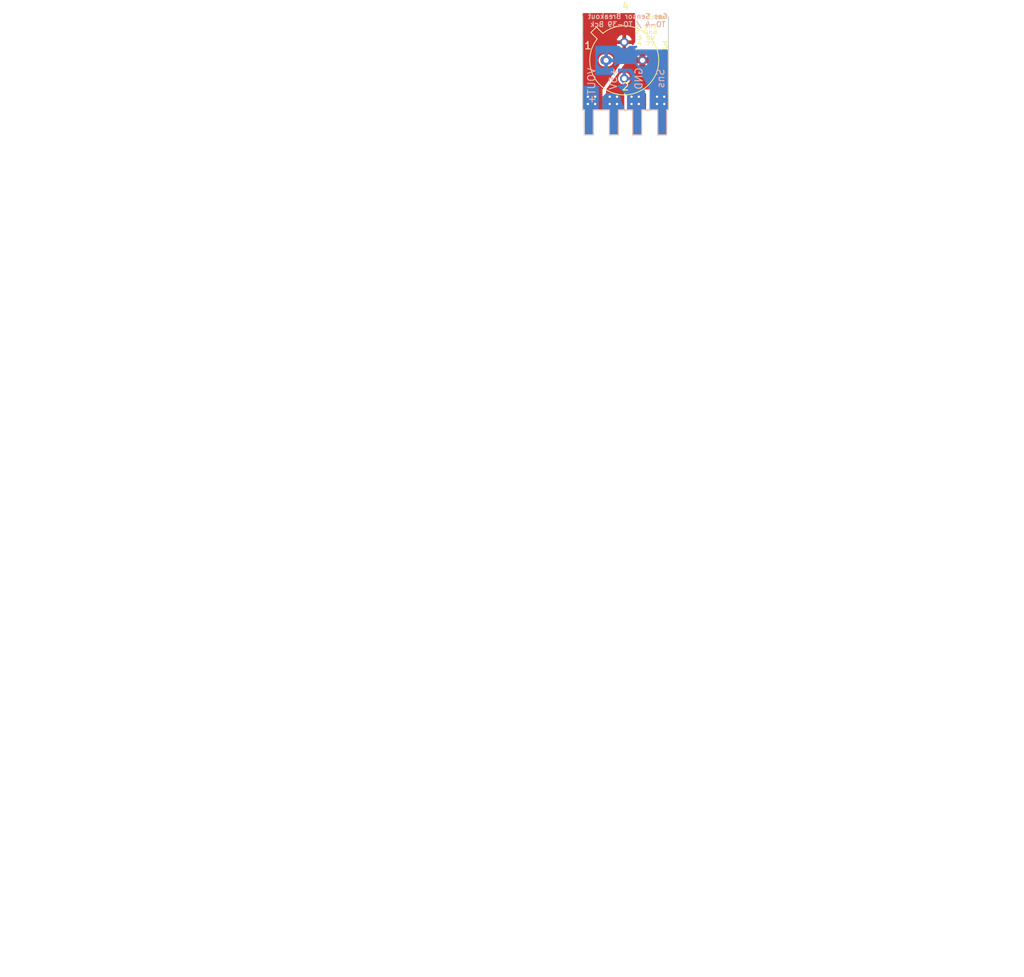
<source format=kicad_pcb>
(kicad_pcb (version 20171130) (host pcbnew 5.0.2+dfsg1-1~bpo9+1)

  (general
    (thickness 1.6)
    (drawings 68)
    (tracks 16)
    (zones 0)
    (modules 2)
    (nets 5)
  )

  (page USLetter)
  (title_block
    (title "Project Title")
  )

  (layers
    (0 F.Cu signal)
    (31 B.Cu signal)
    (34 B.Paste user)
    (35 F.Paste user)
    (36 B.SilkS user)
    (37 F.SilkS user)
    (38 B.Mask user)
    (39 F.Mask user)
    (40 Dwgs.User user)
    (44 Edge.Cuts user)
    (46 B.CrtYd user hide)
    (47 F.CrtYd user hide)
    (48 B.Fab user hide)
    (49 F.Fab user hide)
  )

  (setup
    (last_trace_width 0.254)
    (user_trace_width 0.1524)
    (user_trace_width 0.254)
    (user_trace_width 0.3302)
    (user_trace_width 0.508)
    (user_trace_width 0.762)
    (user_trace_width 1.27)
    (trace_clearance 0.254)
    (zone_clearance 0)
    (zone_45_only no)
    (trace_min 0.1524)
    (segment_width 0.1524)
    (edge_width 0.01)
    (via_size 0.6858)
    (via_drill 0.3302)
    (via_min_size 0.6858)
    (via_min_drill 0.3302)
    (user_via 0.6858 0.3302)
    (user_via 0.762 0.4064)
    (user_via 0.8636 0.508)
    (uvia_size 0.6858)
    (uvia_drill 0.3302)
    (uvias_allowed no)
    (uvia_min_size 0)
    (uvia_min_drill 0)
    (pcb_text_width 0.1524)
    (pcb_text_size 1.016 1.016)
    (mod_edge_width 0.1524)
    (mod_text_size 1.016 1.016)
    (mod_text_width 0.1524)
    (pad_size 1.2 1.2)
    (pad_drill 0.7)
    (pad_to_mask_clearance 0.0762)
    (solder_mask_min_width 0.1016)
    (pad_to_paste_clearance -0.0762)
    (aux_axis_origin 0 0)
    (visible_elements 7FFFFFFF)
    (pcbplotparams
      (layerselection 0x310fc_ffffffff)
      (usegerberextensions true)
      (usegerberattributes false)
      (usegerberadvancedattributes false)
      (creategerberjobfile false)
      (excludeedgelayer true)
      (linewidth 0.100000)
      (plotframeref false)
      (viasonmask false)
      (mode 1)
      (useauxorigin false)
      (hpglpennumber 1)
      (hpglpenspeed 20)
      (hpglpendiameter 15.000000)
      (psnegative false)
      (psa4output false)
      (plotreference true)
      (plotvalue true)
      (plotinvisibletext false)
      (padsonsilk false)
      (subtractmaskfromsilk false)
      (outputformat 1)
      (mirror false)
      (drillshape 0)
      (scaleselection 1)
      (outputdirectory "gerbers_rev2/"))
  )

  (net 0 "")
  (net 1 /VOut+)
  (net 2 +5V)
  (net 3 GND)
  (net 4 /VSenseOUT)

  (net_class Default "This is the default net class."
    (clearance 0.254)
    (trace_width 0.254)
    (via_dia 0.6858)
    (via_drill 0.3302)
    (uvia_dia 0.6858)
    (uvia_drill 0.3302)
    (add_net +5V)
    (add_net /VOut+)
    (add_net /VSenseOUT)
    (add_net GND)
  )

  (module to_39:TO-39-4 (layer F.Cu) (tedit 5D1ADB97) (tstamp 5D11432E)
    (at 113.284 68.072)
    (descr TO-39-4)
    (tags TO-39-4)
    (path /5D113ADE)
    (fp_text reference P1 (at 7.5 -5) (layer F.SilkS) hide
      (effects (font (size 1 1) (thickness 0.15)))
    )
    (fp_text value CONN_01X04 (at 2.54 5.82) (layer F.Fab)
      (effects (font (size 1 1) (thickness 0.15)))
    )
    (fp_text user %R (at -2.5 -5) (layer F.Fab)
      (effects (font (size 1 1) (thickness 0.15)))
    )
    (fp_line (start -0.465408 -3.61352) (end -1.27151 -4.419621) (layer F.Fab) (width 0.1))
    (fp_line (start -1.27151 -4.419621) (end -1.879621 -3.81151) (layer F.Fab) (width 0.1))
    (fp_line (start -1.879621 -3.81151) (end -1.07352 -3.005408) (layer F.Fab) (width 0.1))
    (fp_line (start -0.457084 -3.774902) (end -1.348039 -4.665856) (layer F.SilkS) (width 0.12))
    (fp_line (start -1.348039 -4.665856) (end -2.125856 -3.888039) (layer F.SilkS) (width 0.12))
    (fp_line (start -2.125856 -3.888039) (end -1.234902 -2.997084) (layer F.SilkS) (width 0.12))
    (fp_line (start -2.41 -4.95) (end -2.41 4.95) (layer F.CrtYd) (width 0.05))
    (fp_line (start -2.41 4.95) (end 7.49 4.95) (layer F.CrtYd) (width 0.05))
    (fp_line (start 7.49 4.95) (end 7.49 -4.95) (layer F.CrtYd) (width 0.05))
    (fp_line (start 7.49 -4.95) (end -2.41 -4.95) (layer F.CrtYd) (width 0.05))
    (fp_circle (center 2.54 0) (end 6.79 0) (layer F.Fab) (width 0.1))
    (fp_arc (start 2.54 0) (end -0.465408 -3.61352) (angle 349.5) (layer F.Fab) (width 0.1))
    (fp_arc (start 2.54 0) (end -0.457084 -3.774902) (angle 346.9) (layer F.SilkS) (width 0.12))
    (pad 1 thru_hole oval (at 0 0) (size 1.6 1.2) (drill 0.7) (layers *.Cu *.Mask)
      (net 4 /VSenseOUT))
    (pad 2 thru_hole oval (at 2.54 2.54) (size 1.2 1.2) (drill 0.7) (layers *.Cu *.Mask)
      (net 3 GND))
    (pad 3 thru_hole oval (at 5.08 0) (size 1.2 1.2) (drill 0.7) (layers *.Cu *.Mask)
      (net 2 +5V) (zone_connect 1) (thermal_width 4))
    (pad 4 thru_hole oval (at 2.54 -2.54) (size 1.2 1.2) (drill 0.7) (layers *.Cu *.Mask)
      (net 1 /VOut+))
    (model ${KISYS3DMOD}/Package_TO_SOT_THT.3dshapes/TO-39-4.wrl
      (at (xyz 0 0 0))
      (scale (xyz 1 1 1))
      (rotate (xyz 0 0 0))
    )
  )

  (module SteakElectronics:steakelectronics_fmask (layer F.Cu) (tedit 0) (tstamp 5D1BDC89)
    (at 104.14 63.5)
    (fp_text reference G*** (at 0 0) (layer F.Mask) hide
      (effects (font (size 1.524 1.524) (thickness 0.3)))
    )
    (fp_text value LOGO (at 0.75 0) (layer F.Mask) hide
      (effects (font (size 1.524 1.524) (thickness 0.3)))
    )
    (fp_poly (pts (xy 5.101457 -0.864935) (xy 5.215637 -0.827851) (xy 5.258911 -0.760943) (xy 5.256052 -0.710284)
      (xy 5.209764 -0.644504) (xy 5.147599 -0.643317) (xy 4.963596 -0.667675) (xy 4.832097 -0.652339)
      (xy 4.768689 -0.59943) (xy 4.766549 -0.591451) (xy 4.782414 -0.531199) (xy 4.870041 -0.492189)
      (xy 4.915886 -0.482326) (xy 5.113334 -0.416308) (xy 5.244151 -0.312602) (xy 5.301787 -0.18408)
      (xy 5.279694 -0.043619) (xy 5.197554 0.071372) (xy 5.051291 0.156541) (xy 4.840636 0.181897)
      (xy 4.583546 0.152136) (xy 4.505528 0.112784) (xy 4.480069 0.018767) (xy 4.479636 -0.003831)
      (xy 4.479636 -0.139785) (xy 4.652282 -0.067649) (xy 4.804479 -0.024271) (xy 4.93084 -0.024026)
      (xy 5.010295 -0.063581) (xy 5.025097 -0.126633) (xy 4.968647 -0.191463) (xy 4.838354 -0.239419)
      (xy 4.828071 -0.241634) (xy 4.629836 -0.311664) (xy 4.514018 -0.422598) (xy 4.479636 -0.561339)
      (xy 4.517011 -0.719776) (xy 4.62863 -0.823749) (xy 4.813731 -0.872696) (xy 4.906818 -0.876747)
      (xy 5.101457 -0.864935)) (layer F.Mask) (width 0.01))
    (fp_poly (pts (xy 4.109286 -0.869729) (xy 4.225069 -0.841731) (xy 4.281533 -0.786228) (xy 4.294909 -0.707765)
      (xy 4.282919 -0.627479) (xy 4.229315 -0.618611) (xy 4.191 -0.630404) (xy 3.991686 -0.667801)
      (xy 3.836501 -0.631103) (xy 3.734507 -0.525593) (xy 3.694764 -0.356556) (xy 3.694546 -0.340835)
      (xy 3.729977 -0.186171) (xy 3.821603 -0.072865) (xy 3.947424 -0.016831) (xy 4.08544 -0.033986)
      (xy 4.105401 -0.043623) (xy 4.220017 -0.088188) (xy 4.279707 -0.063961) (xy 4.294909 0.017705)
      (xy 4.260436 0.118285) (xy 4.191 0.15562) (xy 3.999643 0.181872) (xy 3.801148 0.170245)
      (xy 3.648364 0.125955) (xy 3.553784 0.047651) (xy 3.464361 -0.074324) (xy 3.447328 -0.106281)
      (xy 3.387399 -0.323202) (xy 3.417284 -0.53352) (xy 3.534691 -0.72373) (xy 3.555844 -0.745857)
      (xy 3.657722 -0.829823) (xy 3.768209 -0.868535) (xy 3.918125 -0.877454) (xy 4.109286 -0.869729)) (layer F.Mask) (width 0.01))
    (fp_poly (pts (xy 3.232727 0.184728) (xy 3.101879 0.184728) (xy 3.00063 0.178715) (xy 2.951788 0.165671)
      (xy 2.945279 0.114609) (xy 2.942347 -0.009273) (xy 2.943167 -0.186494) (xy 2.946972 -0.36542)
      (xy 2.961398 -0.877454) (xy 3.232727 -0.877454) (xy 3.232727 0.184728)) (layer F.Mask) (width 0.01))
    (fp_poly (pts (xy 2.032472 -0.870707) (xy 2.094257 -0.838816) (xy 2.154678 -0.764305) (xy 2.231393 -0.629702)
      (xy 2.263396 -0.56892) (xy 2.424546 -0.260386) (xy 2.438201 -0.56892) (xy 2.447019 -0.73287)
      (xy 2.461861 -0.825145) (xy 2.492749 -0.866346) (xy 2.549705 -0.877077) (xy 2.588292 -0.877454)
      (xy 2.724727 -0.877454) (xy 2.724727 0.190303) (xy 2.558939 0.17597) (xy 2.471376 0.162146)
      (xy 2.405217 0.126707) (xy 2.342316 0.051643) (xy 2.264525 -0.081053) (xy 2.22412 -0.156283)
      (xy 2.055091 -0.474202) (xy 2.041522 -0.144737) (xy 2.032597 0.026239) (xy 2.018322 0.124773)
      (xy 1.991028 0.170757) (xy 1.943049 0.184084) (xy 1.914522 0.184728) (xy 1.801091 0.184728)
      (xy 1.801091 -0.877454) (xy 1.951669 -0.877454) (xy 2.032472 -0.870707)) (layer F.Mask) (width 0.01))
    (fp_poly (pts (xy 1.228439 -0.870248) (xy 1.336705 -0.841182) (xy 1.424238 -0.779085) (xy 1.447308 -0.756824)
      (xy 1.556627 -0.592947) (xy 1.604676 -0.399511) (xy 1.593131 -0.202269) (xy 1.523669 -0.026974)
      (xy 1.397965 0.100618) (xy 1.391247 0.104687) (xy 1.220062 0.16453) (xy 1.014208 0.179192)
      (xy 0.82097 0.146085) (xy 0.796928 0.137215) (xy 0.662851 0.037998) (xy 0.566907 -0.119199)
      (xy 0.519172 -0.304358) (xy 0.52288 -0.368712) (xy 0.827656 -0.368712) (xy 0.850907 -0.202449)
      (xy 0.880523 -0.132812) (xy 0.963315 -0.060814) (xy 1.078985 -0.049755) (xy 1.195594 -0.094775)
      (xy 1.281203 -0.191011) (xy 1.282668 -0.194026) (xy 1.319006 -0.362208) (xy 1.276249 -0.519616)
      (xy 1.171964 -0.631417) (xy 1.084258 -0.677168) (xy 1.011563 -0.666199) (xy 0.946727 -0.627701)
      (xy 0.861053 -0.521354) (xy 0.827656 -0.368712) (xy 0.52288 -0.368712) (xy 0.529723 -0.487462)
      (xy 0.559953 -0.568763) (xy 0.668305 -0.738832) (xy 0.792916 -0.834711) (xy 0.962157 -0.873777)
      (xy 1.063934 -0.877454) (xy 1.228439 -0.870248)) (layer F.Mask) (width 0.01))
    (fp_poly (pts (xy 0.031644 -0.874091) (xy 0.14009 -0.858698) (xy 0.210616 -0.823318) (xy 0.270402 -0.759995)
      (xy 0.273739 -0.755772) (xy 0.339817 -0.65596) (xy 0.369347 -0.580104) (xy 0.369455 -0.577272)
      (xy 0.342826 -0.504196) (xy 0.27828 -0.404609) (xy 0.273739 -0.398773) (xy 0.221559 -0.318175)
      (xy 0.217589 -0.27808) (xy 0.222471 -0.27709) (xy 0.260653 -0.239856) (xy 0.319966 -0.148072)
      (xy 0.38409 -0.031621) (xy 0.436705 0.079617) (xy 0.461489 0.155761) (xy 0.461818 0.161133)
      (xy 0.421264 0.176959) (xy 0.322006 0.1846) (xy 0.305785 0.184728) (xy 0.188938 0.169429)
      (xy 0.121016 0.105473) (xy 0.090734 0.042249) (xy 0.011857 -0.105024) (xy -0.075958 -0.202832)
      (xy -0.141844 -0.230909) (xy -0.16742 -0.189625) (xy -0.182761 -0.085176) (xy -0.184727 -0.02309)
      (xy -0.188743 0.1047) (xy -0.211932 0.165226) (xy -0.271005 0.183553) (xy -0.323273 0.184728)
      (xy -0.461818 0.184728) (xy -0.461818 -0.53109) (xy -0.184727 -0.53109) (xy -0.157176 -0.438368)
      (xy -0.089422 -0.419488) (xy -0.003818 -0.480336) (xy -0.001679 -0.482886) (xy 0.03082 -0.569617)
      (xy -0.016469 -0.630714) (xy -0.095089 -0.646545) (xy -0.165795 -0.618009) (xy -0.184727 -0.53109)
      (xy -0.461818 -0.53109) (xy -0.461818 -0.877454) (xy -0.141897 -0.877454) (xy 0.031644 -0.874091)) (layer F.Mask) (width 0.01))
    (fp_poly (pts (xy -1.073727 -0.867471) (xy -0.854203 -0.860467) (xy -0.710931 -0.851062) (xy -0.627807 -0.835835)
      (xy -0.588726 -0.811364) (xy -0.577581 -0.774228) (xy -0.577273 -0.762) (xy -0.597147 -0.697502)
      (xy -0.672228 -0.66507) (xy -0.750454 -0.655303) (xy -0.923636 -0.640969) (xy -0.923636 0.184728)
      (xy -1.200727 0.184728) (xy -1.200727 -0.646545) (xy -1.385454 -0.646545) (xy -1.504409 -0.652778)
      (xy -1.557284 -0.682464) (xy -1.5701 -0.752088) (xy -1.570182 -0.763562) (xy -1.570182 -0.880579)
      (xy -1.073727 -0.867471)) (layer F.Mask) (width 0.01))
    (fp_poly (pts (xy -1.921044 -0.867929) (xy -1.765643 -0.85799) (xy -1.679789 -0.839713) (xy -1.640712 -0.801829)
      (xy -1.625641 -0.733065) (xy -1.624228 -0.72101) (xy -1.622816 -0.629584) (xy -1.656418 -0.608628)
      (xy -1.686246 -0.617298) (xy -1.847903 -0.669514) (xy -1.959734 -0.673295) (xy -2.052226 -0.62582)
      (xy -2.104109 -0.578634) (xy -2.187273 -0.474735) (xy -2.207266 -0.372757) (xy -2.198658 -0.308666)
      (xy -2.133075 -0.137993) (xy -2.0178 -0.045006) (xy -1.853751 -0.030129) (xy -1.689927 -0.074016)
      (xy -1.634013 -0.072574) (xy -1.616474 0.002056) (xy -1.616364 0.013209) (xy -1.642506 0.111574)
      (xy -1.689413 0.156696) (xy -1.843821 0.183462) (xy -2.031054 0.173238) (xy -2.201117 0.129918)
      (xy -2.235445 0.114188) (xy -2.376757 0.01893) (xy -2.456555 -0.100167) (xy -2.489223 -0.269791)
      (xy -2.492349 -0.362471) (xy -2.486323 -0.517355) (xy -2.456117 -0.619485) (xy -2.387011 -0.707985)
      (xy -2.348225 -0.745492) (xy -2.257227 -0.821728) (xy -2.171457 -0.860526) (xy -2.056129 -0.871855)
      (xy -1.921044 -0.867929)) (layer F.Mask) (width 0.01))
    (fp_poly (pts (xy -2.818584 -0.876224) (xy -2.708867 -0.868607) (xy -2.653822 -0.848714) (xy -2.634605 -0.810657)
      (xy -2.632364 -0.762) (xy -2.63985 -0.693478) (xy -2.678057 -0.659295) (xy -2.770603 -0.647639)
      (xy -2.863273 -0.646545) (xy -3.003716 -0.640779) (xy -3.073535 -0.618491) (xy -3.094025 -0.572197)
      (xy -3.094182 -0.565394) (xy -3.079299 -0.515801) (xy -3.019544 -0.496454) (xy -2.892252 -0.500309)
      (xy -2.886364 -0.500772) (xy -2.758835 -0.507631) (xy -2.698326 -0.491118) (xy -2.67985 -0.436002)
      (xy -2.678545 -0.374104) (xy -2.684192 -0.286076) (xy -2.717858 -0.244386) (xy -2.804637 -0.231744)
      (xy -2.886364 -0.230909) (xy -3.016233 -0.224865) (xy -3.077645 -0.199771) (xy -3.094102 -0.14518)
      (xy -3.094182 -0.138545) (xy -3.082025 -0.083145) (xy -3.030423 -0.055515) (xy -2.916682 -0.046577)
      (xy -2.863273 -0.046181) (xy -2.72623 -0.042438) (xy -2.657863 -0.023335) (xy -2.634551 0.022939)
      (xy -2.632364 0.069273) (xy -2.636301 0.126534) (xy -2.660675 0.16082) (xy -2.724332 0.178022)
      (xy -2.846116 0.184027) (xy -3.001818 0.184728) (xy -3.371273 0.184728) (xy -3.371273 -0.877454)
      (xy -3.001818 -0.877454) (xy -2.818584 -0.876224)) (layer F.Mask) (width 0.01))
    (fp_poly (pts (xy -3.971636 -0.046181) (xy -3.740727 -0.046181) (xy -3.603685 -0.042438) (xy -3.535318 -0.023335)
      (xy -3.512006 0.022939) (xy -3.509818 0.069273) (xy -3.513422 0.125182) (xy -3.536426 0.159303)
      (xy -3.597115 0.177015) (xy -3.713778 0.183697) (xy -3.902364 0.184728) (xy -4.294909 0.184728)
      (xy -4.294909 -0.877454) (xy -3.971636 -0.877454) (xy -3.971636 -0.046181)) (layer F.Mask) (width 0.01))
    (fp_poly (pts (xy -4.665857 -0.876224) (xy -4.55614 -0.868607) (xy -4.501095 -0.848714) (xy -4.481878 -0.810657)
      (xy -4.479636 -0.762) (xy -4.48825 -0.690755) (xy -4.530589 -0.657) (xy -4.631401 -0.646986)
      (xy -4.687454 -0.646545) (xy -4.82443 -0.637479) (xy -4.886823 -0.606654) (xy -4.895273 -0.577272)
      (xy -4.864769 -0.529105) (xy -4.763653 -0.509257) (xy -4.710545 -0.508) (xy -4.592097 -0.502529)
      (xy -4.539441 -0.472881) (xy -4.52611 -0.399204) (xy -4.525818 -0.369454) (xy -4.533113 -0.280618)
      (xy -4.572643 -0.241126) (xy -4.670879 -0.231127) (xy -4.710545 -0.230909) (xy -4.831401 -0.223163)
      (xy -4.884814 -0.191857) (xy -4.895273 -0.138545) (xy -4.883116 -0.083145) (xy -4.831514 -0.055515)
      (xy -4.717773 -0.046577) (xy -4.664364 -0.046181) (xy -4.527321 -0.042438) (xy -4.458954 -0.023335)
      (xy -4.435642 0.022939) (xy -4.433454 0.069273) (xy -4.437059 0.125182) (xy -4.460062 0.159303)
      (xy -4.520752 0.177015) (xy -4.637414 0.183697) (xy -4.826 0.184728) (xy -5.218545 0.184728)
      (xy -5.218545 -0.877454) (xy -4.849091 -0.877454) (xy -4.665857 -0.876224)) (layer F.Mask) (width 0.01))
    (fp_poly (pts (xy -6.562818 -0.867873) (xy -6.520769 -0.821083) (xy -6.503359 -0.710011) (xy -6.502879 -0.704272)
      (xy -6.488545 -0.53109) (xy -6.327229 -0.704272) (xy -6.209451 -0.814749) (xy -6.104336 -0.866104)
      (xy -5.992411 -0.877454) (xy -5.880898 -0.871312) (xy -5.821771 -0.856083) (xy -5.818909 -0.851365)
      (xy -5.849545 -0.808485) (xy -5.929973 -0.720792) (xy -6.042972 -0.607034) (xy -6.046265 -0.603824)
      (xy -6.273621 -0.382372) (xy -6.023174 -0.135036) (xy -5.903451 -0.012365) (xy -5.814891 0.086826)
      (xy -5.773818 0.144056) (xy -5.772727 0.148514) (xy -5.813519 0.171898) (xy -5.914534 0.184183)
      (xy -5.944161 0.184728) (xy -6.061062 0.170913) (xy -6.166692 0.118523) (xy -6.292261 0.011141)
      (xy -6.313616 -0.009615) (xy -6.511636 -0.203958) (xy -6.511636 -0.009615) (xy -6.516429 0.112781)
      (xy -6.543098 0.168743) (xy -6.610085 0.184135) (xy -6.650182 0.184728) (xy -6.788727 0.184728)
      (xy -6.788727 -0.877454) (xy -6.65297 -0.877454) (xy -6.562818 -0.867873)) (layer F.Mask) (width 0.01))
    (fp_poly (pts (xy -7.314312 -0.866507) (xy -7.248339 -0.820291) (xy -7.214597 -0.750454) (xy -7.173248 -0.63831)
      (xy -7.114759 -0.478767) (xy -7.06639 -0.346363) (xy -7.005891 -0.181938) (xy -6.952245 -0.038636)
      (xy -6.923214 0.03681) (xy -6.889122 0.133702) (xy -6.90426 0.175072) (xy -6.986869 0.184562)
      (xy -7.037341 0.184728) (xy -7.15589 0.168661) (xy -7.211413 0.111916) (xy -7.217745 0.092364)
      (xy -7.25358 0.031257) (xy -7.335756 0.004401) (xy -7.435273 0) (xy -7.565687 0.009484)
      (xy -7.631302 0.04538) (xy -7.652801 0.092364) (xy -7.697656 0.159958) (xy -7.79994 0.184007)
      (xy -7.833204 0.184728) (xy -7.937961 0.180578) (xy -7.988597 0.170419) (xy -7.989454 0.168744)
      (xy -7.985193 0.151579) (xy -7.969891 0.105763) (xy -7.939771 0.020832) (xy -7.891056 -0.113678)
      (xy -7.819968 -0.308231) (xy -7.812634 -0.328224) (xy -7.520627 -0.328224) (xy -7.507453 -0.254838)
      (xy -7.430332 -0.230909) (xy -7.359963 -0.250181) (xy -7.361059 -0.303959) (xy -7.387589 -0.416868)
      (xy -7.39056 -0.454049) (xy -7.399238 -0.500986) (xy -7.433637 -0.474861) (xy -7.459832 -0.441446)
      (xy -7.520627 -0.328224) (xy -7.812634 -0.328224) (xy -7.72273 -0.57329) (xy -7.65764 -0.750454)
      (xy -7.611142 -0.836227) (xy -7.534787 -0.87174) (xy -7.436358 -0.877454) (xy -7.314312 -0.866507)) (layer F.Mask) (width 0.01))
    (fp_poly (pts (xy -8.268038 -0.876224) (xy -8.158321 -0.868607) (xy -8.103277 -0.848714) (xy -8.08406 -0.810657)
      (xy -8.081818 -0.762) (xy -8.090432 -0.690755) (xy -8.132771 -0.657) (xy -8.233583 -0.646986)
      (xy -8.289636 -0.646545) (xy -8.428573 -0.636789) (xy -8.49078 -0.60456) (xy -8.497454 -0.579928)
      (xy -8.456912 -0.529435) (xy -8.33203 -0.501755) (xy -8.301182 -0.499109) (xy -8.177009 -0.48385)
      (xy -8.12003 -0.451033) (xy -8.105082 -0.384037) (xy -8.104909 -0.369454) (xy -8.115577 -0.295639)
      (xy -8.164357 -0.258593) (xy -8.276413 -0.241693) (xy -8.301182 -0.239799) (xy -8.428413 -0.222331)
      (xy -8.486129 -0.186474) (xy -8.497454 -0.13589) (xy -8.484471 -0.08195) (xy -8.430546 -0.055058)
      (xy -8.313214 -0.046487) (xy -8.266545 -0.046181) (xy -8.129503 -0.042438) (xy -8.061136 -0.023335)
      (xy -8.037824 0.022939) (xy -8.035636 0.069273) (xy -8.03924 0.125182) (xy -8.062244 0.159303)
      (xy -8.122934 0.177015) (xy -8.239596 0.183697) (xy -8.428182 0.184728) (xy -8.820727 0.184728)
      (xy -8.820727 -0.877454) (xy -8.451273 -0.877454) (xy -8.268038 -0.876224)) (layer F.Mask) (width 0.01))
    (fp_poly (pts (xy -8.913091 -0.762) (xy -8.925167 -0.683922) (xy -8.979512 -0.651959) (xy -9.074727 -0.646545)
      (xy -9.236364 -0.646545) (xy -9.236364 0.184728) (xy -9.367212 0.184728) (xy -9.47298 0.174837)
      (xy -9.528848 0.15394) (xy -9.543 0.096444) (xy -9.553721 -0.029644) (xy -9.55925 -0.200567)
      (xy -9.559636 -0.261697) (xy -9.559636 -0.646545) (xy -9.721273 -0.646545) (xy -9.830581 -0.655171)
      (xy -9.875329 -0.693988) (xy -9.882909 -0.762) (xy -9.882909 -0.877454) (xy -8.913091 -0.877454)
      (xy -8.913091 -0.762)) (layer F.Mask) (width 0.01))
    (fp_poly (pts (xy -10.158204 -0.875854) (xy -10.069402 -0.864754) (xy -10.0309 -0.834709) (xy -10.021665 -0.77627)
      (xy -10.021454 -0.7441) (xy -10.027054 -0.663862) (xy -10.060106 -0.625678) (xy -10.144997 -0.61543)
      (xy -10.240818 -0.6171) (xy -10.391114 -0.610761) (xy -10.470402 -0.585976) (xy -10.472315 -0.550055)
      (xy -10.390488 -0.510309) (xy -10.344727 -0.49777) (xy -10.158829 -0.444365) (xy -10.047109 -0.384254)
      (xy -9.991886 -0.301103) (xy -9.975479 -0.178577) (xy -9.975273 -0.156451) (xy -9.989305 -0.009734)
      (xy -10.039912 0.081237) (xy -10.077912 0.112836) (xy -10.193007 0.156154) (xy -10.360897 0.177716)
      (xy -10.544041 0.175024) (xy -10.679545 0.152893) (xy -10.745694 0.091002) (xy -10.760364 -0.002243)
      (xy -10.752816 -0.094134) (xy -10.712668 -0.113601) (xy -10.641903 -0.09122) (xy -10.503375 -0.057053)
      (xy -10.384516 -0.046181) (xy -10.284165 -0.068823) (xy -10.256094 -0.121877) (xy -10.296743 -0.18304)
      (xy -10.40255 -0.230008) (xy -10.414279 -0.232599) (xy -10.598525 -0.285155) (xy -10.706519 -0.358911)
      (xy -10.754143 -0.468546) (xy -10.760364 -0.552508) (xy -10.743297 -0.706343) (xy -10.682561 -0.804674)
      (xy -10.563853 -0.858016) (xy -10.372869 -0.876885) (xy -10.318338 -0.877454) (xy -10.158204 -0.875854)) (layer F.Mask) (width 0.01))
    (fp_poly (pts (xy 9.799186 -2.060383) (xy 9.907996 -2.000373) (xy 10.005801 -1.939636) (xy 10.137933 -1.862775)
      (xy 10.24539 -1.812467) (xy 10.288912 -1.80109) (xy 10.372483 -1.773052) (xy 10.490649 -1.703466)
      (xy 10.610784 -1.614127) (xy 10.700262 -1.526832) (xy 10.701168 -1.525695) (xy 10.74143 -1.43075)
      (xy 10.758895 -1.303421) (xy 10.715872 -1.152797) (xy 10.584376 -0.977349) (xy 10.364782 -0.777481)
      (xy 10.058341 -0.554181) (xy 9.90482 -0.448734) (xy 9.808626 -0.368021) (xy 9.750405 -0.285293)
      (xy 9.710802 -0.173798) (xy 9.6743 -0.023364) (xy 9.609947 0.197163) (xy 9.518755 0.388594)
      (xy 9.382499 0.585068) (xy 9.28795 0.700369) (xy 9.217241 0.818906) (xy 9.15202 0.984225)
      (xy 9.108117 1.151324) (xy 9.098514 1.238916) (xy 9.057279 1.361944) (xy 8.950608 1.488404)
      (xy 8.801838 1.596225) (xy 8.655452 1.657935) (xy 8.386503 1.70311) (xy 8.133945 1.676024)
      (xy 8.012546 1.639319) (xy 7.831919 1.548155) (xy 7.701097 1.411694) (xy 7.607135 1.212761)
      (xy 7.558599 1.037037) (xy 7.462464 0.745982) (xy 7.320863 0.477361) (xy 7.318362 0.473579)
      (xy 7.245697 0.346897) (xy 8.662314 0.346897) (xy 8.712228 0.354169) (xy 8.797636 0.356246)
      (xy 8.907158 0.353312) (xy 8.947191 0.34508) (xy 8.925271 0.336946) (xy 8.798575 0.32863)
      (xy 8.694362 0.336316) (xy 8.662314 0.346897) (xy 7.245697 0.346897) (xy 7.203372 0.273111)
      (xy 7.197294 0.254533) (xy 8.754678 0.254533) (xy 8.804592 0.261805) (xy 8.89 0.263883)
      (xy 8.999521 0.260948) (xy 9.039554 0.252717) (xy 9.017635 0.244582) (xy 8.890939 0.236267)
      (xy 8.786726 0.243952) (xy 8.754678 0.254533) (xy 7.197294 0.254533) (xy 7.167076 0.162169)
      (xy 8.847042 0.162169) (xy 8.896956 0.169442) (xy 8.982364 0.171519) (xy 9.091885 0.168584)
      (xy 9.131918 0.160353) (xy 9.109999 0.152219) (xy 8.983303 0.143903) (xy 8.87909 0.151588)
      (xy 8.847042 0.162169) (xy 7.167076 0.162169) (xy 7.142094 0.08581) (xy 7.13676 0.048908)
      (xy 8.820727 0.048908) (xy 8.86035 0.07896) (xy 8.956905 0.091197) (xy 9.076916 0.086728)
      (xy 9.186913 0.066663) (xy 9.251208 0.034637) (xy 9.289977 -0.046492) (xy 9.317495 -0.17478)
      (xy 9.321001 -0.207818) (xy 9.347903 -0.356162) (xy 9.394122 -0.481411) (xy 9.402884 -0.496454)
      (xy 9.439424 -0.56174) (xy 9.425648 -0.591644) (xy 9.344656 -0.599974) (xy 9.275701 -0.600363)
      (xy 9.08915 -0.574797) (xy 8.97304 -0.492832) (xy 8.919208 -0.346571) (xy 8.913091 -0.249567)
      (xy 8.903192 -0.121349) (xy 8.878363 -0.03637) (xy 8.866909 -0.02309) (xy 8.822489 0.035951)
      (xy 8.820727 0.048908) (xy 7.13676 0.048908) (xy 7.123697 -0.041452) (xy 7.10604 -0.19032)
      (xy 7.075029 -0.278722) (xy 7.009759 -0.338247) (xy 6.889322 -0.400483) (xy 6.884564 -0.402757)
      (xy 6.663515 -0.531132) (xy 6.452079 -0.694413) (xy 6.265421 -0.876394) (xy 6.118703 -1.06087)
      (xy 6.027089 -1.231636) (xy 6.003636 -1.344234) (xy 6.017572 -1.420578) (xy 6.068355 -1.500817)
      (xy 6.16945 -1.601137) (xy 6.324444 -1.729851) (xy 6.501657 -1.867291) (xy 6.622283 -1.952296)
      (xy 6.682728 -1.982933) (xy 6.679399 -1.957274) (xy 6.625334 -1.891513) (xy 6.566215 -1.767534)
      (xy 6.551176 -1.600453) (xy 6.579891 -1.428158) (xy 6.630268 -1.317814) (xy 6.717002 -1.230821)
      (xy 6.843944 -1.149049) (xy 6.870832 -1.13608) (xy 6.983747 -1.091229) (xy 7.072456 -1.082715)
      (xy 7.181287 -1.110483) (xy 7.250816 -1.135613) (xy 7.430882 -1.193944) (xy 7.630182 -1.246342)
      (xy 7.689273 -1.259149) (xy 7.865076 -1.283491) (xy 8.088722 -1.298528) (xy 8.341719 -1.304824)
      (xy 8.605578 -1.302943) (xy 8.861808 -1.29345) (xy 9.091918 -1.27691) (xy 9.277419 -1.253888)
      (xy 9.39982 -1.224949) (xy 9.434449 -1.205841) (xy 9.532095 -1.162713) (xy 9.67765 -1.15462)
      (xy 9.834752 -1.178793) (xy 9.967039 -1.232462) (xy 9.989406 -1.248113) (xy 10.10333 -1.364931)
      (xy 10.1433 -1.486536) (xy 10.1076 -1.624405) (xy 9.994513 -1.790016) (xy 9.891167 -1.905)
      (xy 9.792942 -2.013352) (xy 9.761558 -2.064927) (xy 9.799186 -2.060383)) (layer F.Mask) (width 0.01))
  )

  (gr_text "1 Sns\n2 Gnd\n3 5V\n4 7V" (at 118.872 64.516) (layer F.SilkS) (tstamp 5D5F8AFC)
    (effects (font (size 0.5 0.7) (thickness 0.125)))
  )
  (gr_text Front (at 120.396 61.976) (layer F.SilkS) (tstamp 5D5F8873)
    (effects (font (size 0.7 0.7) (thickness 0.1524)))
  )
  (gr_line (start 110 61) (end 110 62) (layer Edge.Cuts) (width 0.01))
  (gr_line (start 122 61) (end 110 61) (layer Edge.Cuts) (width 0.01))
  (gr_line (start 122 62) (end 122 61) (layer Edge.Cuts) (width 0.01))
  (gr_poly (pts (xy 118.5 74.5) (xy 118.5 77.5) (xy 118.5 78.5) (xy 116.5 78.5) (xy 116.5 74.5)) (layer F.Mask) (width 0.15) (tstamp 5D1BCE62))
  (gr_poly (pts (xy 122 74.5) (xy 122 77.5) (xy 122 78.5) (xy 120 78.5) (xy 120 74.5)) (layer F.Mask) (width 0.15) (tstamp 5D1BCE60))
  (gr_poly (pts (xy 112 74.5) (xy 112 77.5) (xy 112 78.5) (xy 110 78.5) (xy 110 74.5)) (layer F.Mask) (width 0.15) (tstamp 5D1BCE5E))
  (gr_line (start 115.125 75) (end 115 75) (layer Edge.Cuts) (width 0.01))
  (gr_line (start 111.75 75) (end 111.5 75) (layer Edge.Cuts) (width 0.01))
  (gr_line (start 113.625 75) (end 113.75 75) (layer Edge.Cuts) (width 0.01))
  (gr_line (start 116.875 75) (end 117 75) (layer Edge.Cuts) (width 0.01))
  (gr_line (start 120.25 75) (end 118.5 75) (layer Edge.Cuts) (width 0.01))
  (gr_line (start 121.75 75) (end 122 75) (layer B.SilkS) (width 0.1524))
  (gr_line (start 121.75 78.5) (end 121.75 75) (layer B.SilkS) (width 0.1524))
  (gr_line (start 120.5 78.5) (end 121.75 78.5) (layer B.SilkS) (width 0.1524))
  (gr_line (start 120.5 75) (end 120.5 78.5) (layer B.SilkS) (width 0.1524))
  (gr_line (start 118.25 75) (end 120.5 75) (layer B.SilkS) (width 0.1524))
  (gr_line (start 118.25 78.5) (end 118.25 75) (layer B.SilkS) (width 0.1524))
  (gr_line (start 117 78.5) (end 118.25 78.5) (layer B.SilkS) (width 0.1524))
  (gr_line (start 117 75) (end 117 78.5) (layer B.SilkS) (width 0.1524))
  (gr_line (start 115 75) (end 117 75) (layer B.SilkS) (width 0.1524))
  (gr_line (start 115 78.5) (end 115 75) (layer B.SilkS) (width 0.1524))
  (gr_line (start 113.75 78.5) (end 115 78.5) (layer B.SilkS) (width 0.1524))
  (gr_line (start 113.75 75) (end 113.75 78.5) (layer B.SilkS) (width 0.1524))
  (gr_line (start 111.5 75) (end 113.75 75) (layer B.SilkS) (width 0.1524))
  (gr_line (start 111.5 78.5) (end 111.5 75) (layer B.SilkS) (width 0.1524))
  (gr_line (start 110.25 78.5) (end 111.5 78.5) (layer B.SilkS) (width 0.1524))
  (gr_line (start 110.25 75) (end 110.25 78.5) (layer B.SilkS) (width 0.1524))
  (gr_line (start 110 75) (end 110.25 75) (layer B.SilkS) (width 0.1524))
  (gr_line (start 110 74.75) (end 110 75) (layer B.SilkS) (width 0.1524))
  (gr_poly (pts (xy 122.25 74.5) (xy 122.25 77.5) (xy 122.25 78.5) (xy 120.25 78.5) (xy 120.25 74.5)) (layer B.Mask) (width 0.15) (tstamp 5D1BCBE3))
  (gr_poly (pts (xy 118.75 74.5) (xy 118.75 77.5) (xy 118.75 78.5) (xy 116.75 78.5) (xy 116.75 74.5)) (layer B.Mask) (width 0.15) (tstamp 5D1BCBE1))
  (gr_poly (pts (xy 111.75 74.5) (xy 111.75 77.5) (xy 111.75 78.5) (xy 109.75 78.5) (xy 109.75 74.5)) (layer B.Mask) (width 0.15) (tstamp 5D1BCBD5))
  (gr_line (start 118.25 75) (end 118.5 75) (layer Edge.Cuts) (width 0.01))
  (gr_line (start 118.25 78.5) (end 118.25 75) (layer Edge.Cuts) (width 0.01))
  (gr_line (start 117 78.5) (end 118.25 78.5) (layer Edge.Cuts) (width 0.01))
  (gr_line (start 117 75) (end 117 78.5) (layer Edge.Cuts) (width 0.01))
  (gr_line (start 115 78.5) (end 115 75) (layer Edge.Cuts) (width 0.01))
  (gr_line (start 113.75 78.5) (end 115 78.5) (layer Edge.Cuts) (width 0.1524))
  (gr_line (start 113.75 75) (end 113.75 78.5) (layer Edge.Cuts) (width 0.01))
  (gr_line (start 111.5 78.5) (end 110.25 78.5) (layer Edge.Cuts) (width 0.1524))
  (gr_line (start 111.5 78.5) (end 111.5 75) (layer Edge.Cuts) (width 0.01))
  (gr_line (start 120.5 75) (end 120.25 75) (layer Edge.Cuts) (width 0.01))
  (gr_line (start 120.5 78.5) (end 120.5 75) (layer Edge.Cuts) (width 0.01))
  (gr_line (start 121.75 78.5) (end 120.5 78.5) (layer Edge.Cuts) (width 0.01))
  (gr_line (start 121.75 77.5) (end 121.75 78.5) (layer Edge.Cuts) (width 0.01))
  (gr_line (start 110.25 77.5) (end 110.25 78.5) (layer Edge.Cuts) (width 0.1524))
  (gr_text Sns (at 120.904 70.612 90) (layer B.SilkS)
    (effects (font (size 1.016 1.016) (thickness 0.1524)) (justify mirror))
  )
  (gr_text GND (at 117.856 70.612 90) (layer B.SilkS)
    (effects (font (size 1.016 1.016) (thickness 0.1524)) (justify mirror))
  )
  (gr_text +5V (at 114.3 70.612 90) (layer B.SilkS)
    (effects (font (size 1.016 1.016) (thickness 0.1524)) (justify mirror))
  )
  (gr_text VOUT+ (at 111.252 71.628 90) (layer B.SilkS)
    (effects (font (size 1.016 1.016) (thickness 0.1524)) (justify mirror))
  )
  (gr_text 4 (at 116 60.5) (layer F.SilkS)
    (effects (font (size 1.016 1.016) (thickness 0.1524)))
  )
  (gr_text "3\n" (at 121.5 66) (layer F.SilkS)
    (effects (font (size 1.016 1.016) (thickness 0.1524)))
  )
  (gr_text 2 (at 116 71.75) (layer F.SilkS)
    (effects (font (size 1.016 1.016) (thickness 0.1524)))
  )
  (gr_text 1 (at 110.75 66) (layer F.SilkS)
    (effects (font (size 1.016 1.016) (thickness 0.1524)))
  )
  (gr_poly (pts (xy 115.25 74.5) (xy 115.25 77.5) (xy 115.25 78.5) (xy 113.25 78.5) (xy 113.25 74.5)) (layer B.Mask) (width 0.15) (tstamp 5D1146BA))
  (gr_poly (pts (xy 115.5 74.5) (xy 115.5 77.5) (xy 115.5 78.5) (xy 113.5 78.5) (xy 113.5 74.5)) (layer F.Mask) (width 0.15))
  (gr_text "Gas Sensor Breakout\nTO-4 / TO-39 Bck" (at 116.332 62.484) (layer B.SilkS)
    (effects (font (size 0.7 0.7) (thickness 0.1524)) (justify mirror))
  )
  (gr_line (start 122 62) (end 122 75) (layer Edge.Cuts) (width 0.1524))
  (gr_line (start 110 62) (end 110 75) (layer Edge.Cuts) (width 0.1524))
  (gr_line (start 113.625 75) (end 111.75 75) (layer Edge.Cuts) (width 0.01))
  (gr_line (start 116.875 75) (end 115.125 75) (layer Edge.Cuts) (width 0.01))
  (gr_line (start 121.75 75) (end 122 75) (layer Edge.Cuts) (width 0.1524))
  (gr_line (start 110.25 75) (end 110 75) (layer Edge.Cuts) (width 0.1524))
  (gr_line (start 121.75 75) (end 121.75 77.5) (layer Edge.Cuts) (width 0.01))
  (gr_line (start 110.25 75) (end 110.25 77.5) (layer Edge.Cuts) (width 0.1524))
  (gr_text "FABRICATION NOTES\n\n1. THIS IS A 2 LAYER BOARD. \n2. EXTERNAL LAYERS SHALL HAVE 1 OZ COPPER.\n3. MATERIAL: FR4 AND 0.062 INCH +/- 10% THICK.\n4. BOARDS SHALL BE ROHS COMPLIANT. \n5. MANUFACTURE IN ACCORDANCE WITH IPC-6012 CLASS 2\n6. MASK: BOTH SIDES OF THE BOARD SHALL HAVE \n   SOLDER MASK (ANY COLOR) OVER BARE COPPER. \n7. SILK: BOTH SIDES OF THE BOARD SHALL HAVE \n   WHITE SILKSCREEN. DO NOT PLACE SILK OVER BARE COPPER.\n8. FINISH: ENIG.\n9. MINIMUM TRACE WIDTH - 0.006 INCH.\n   MINIMUM SPACE - 0.006 INCH.\n   MINIMUM HOLE DIA - 0.013 INCH. \n10. MAX HOLE PLACEMENT TOLERANCE OF +/- 0.003 INCH.\n11. MAX HOLE DIAMETER TOLERANCE OF +/- 0.003 INCH AFTER PLATING." (at 28.6 161.5) (layer Dwgs.User)
    (effects (font (size 2.54 2.54) (thickness 0.254)) (justify left))
  )

  (via (at 116.84 74.168) (size 0.6858) (drill 0.3302) (layers F.Cu B.Cu) (net 3))
  (via (at 116.84 73.152) (size 0.6858) (drill 0.3302) (layers F.Cu B.Cu) (net 3))
  (via (at 110.744 73.152) (size 0.6858) (drill 0.3302) (layers F.Cu B.Cu) (net 1))
  (via (at 111.76 73.152) (size 0.6858) (drill 0.3302) (layers F.Cu B.Cu) (net 1))
  (via (at 110.744 74.168) (size 0.6858) (drill 0.3302) (layers F.Cu B.Cu) (net 1))
  (via (at 111.76 74.168) (size 0.6858) (drill 0.3302) (layers F.Cu B.Cu) (net 1))
  (via (at 113.792 73.152) (size 0.6858) (drill 0.3302) (layers F.Cu B.Cu) (net 2))
  (via (at 114.808 73.152) (size 0.6858) (drill 0.3302) (layers F.Cu B.Cu) (net 2))
  (via (at 113.792 74.168) (size 0.6858) (drill 0.3302) (layers F.Cu B.Cu) (net 2))
  (via (at 114.808 74.168) (size 0.6858) (drill 0.3302) (layers F.Cu B.Cu) (net 2))
  (via (at 117.856 74.168) (size 0.6858) (drill 0.3302) (layers F.Cu B.Cu) (net 3))
  (via (at 117.856 73.152) (size 0.6858) (drill 0.3302) (layers F.Cu B.Cu) (net 3))
  (via (at 120.396 73.152) (size 0.6858) (drill 0.3302) (layers F.Cu B.Cu) (net 4))
  (via (at 120.396 74.168) (size 0.6858) (drill 0.3302) (layers F.Cu B.Cu) (net 4))
  (via (at 121.412 74.168) (size 0.6858) (drill 0.3302) (layers F.Cu B.Cu) (net 4))
  (via (at 121.412 73.152) (size 0.6858) (drill 0.3302) (layers F.Cu B.Cu) (net 4))

  (zone (net 4) (net_name /VSenseOUT) (layer B.Cu) (tstamp 5D5F8B6D) (hatch edge 0.508)
    (connect_pads (clearance 0))
    (min_thickness 0.254)
    (fill yes (arc_segments 16) (thermal_gap 0.508) (thermal_bridge_width 0.508))
    (polygon
      (pts
        (xy 112.268 67.056) (xy 112.268 69.088) (xy 114.3 69.088) (xy 114.808 68.58) (xy 117.348 68.58)
        (xy 119.38 72.136) (xy 119.38 76.2) (xy 119.38 81.28) (xy 122.936 81.28) (xy 122.936 66.548)
        (xy 116.84 66.548)
      )
    )
    (filled_polygon
      (pts
        (xy 121.796801 74.7968) (xy 121.729992 74.7968) (xy 121.670716 74.808591) (xy 121.603502 74.853502) (xy 121.558591 74.920716)
        (xy 121.54282 75) (xy 121.558591 75.079284) (xy 121.603502 75.146498) (xy 121.618 75.156185) (xy 121.618001 77.486996)
        (xy 121.618 77.487001) (xy 121.618001 78.368) (xy 120.632 78.368) (xy 120.632 75.013) (xy 120.634586 75)
        (xy 120.624341 74.948496) (xy 120.595167 74.904833) (xy 120.551504 74.875659) (xy 120.513 74.868) (xy 120.5 74.865414)
        (xy 120.487 74.868) (xy 119.507 74.868) (xy 119.507 72.136) (xy 119.490267 72.07299) (xy 117.458267 68.51699)
        (xy 117.425761 68.479589) (xy 117.381416 68.457475) (xy 117.348 68.453) (xy 114.808 68.453) (xy 114.759399 68.462667)
        (xy 114.718197 68.490197) (xy 114.551208 68.657186) (xy 114.671474 68.432161) (xy 114.677462 68.389609) (xy 114.552731 68.199)
        (xy 113.411 68.199) (xy 113.411 68.219) (xy 113.157 68.219) (xy 113.157 68.199) (xy 113.137 68.199)
        (xy 113.137 68.072) (xy 117.363782 68.072) (xy 117.439919 68.454767) (xy 117.656739 68.779261) (xy 117.981233 68.996081)
        (xy 118.267384 69.053) (xy 118.460616 69.053) (xy 118.746767 68.996081) (xy 119.071261 68.779261) (xy 119.288081 68.454767)
        (xy 119.364218 68.072) (xy 119.288081 67.689233) (xy 119.071261 67.364739) (xy 118.746767 67.147919) (xy 118.460616 67.091)
        (xy 118.267384 67.091) (xy 117.981233 67.147919) (xy 117.656739 67.364739) (xy 117.439919 67.689233) (xy 117.363782 68.072)
        (xy 113.137 68.072) (xy 113.137 67.945) (xy 113.157 67.945) (xy 113.157 67.925) (xy 113.411 67.925)
        (xy 113.411 67.945) (xy 114.552731 67.945) (xy 114.677462 67.754391) (xy 114.671474 67.711839) (xy 114.443255 67.284828)
        (xy 114.075451 66.982953) (xy 116.847032 66.675) (xy 121.7968 66.675)
      )
    )
  )
  (zone (net 4) (net_name /VSenseOUT) (layer B.Cu) (tstamp 5D5F8B6A) (hatch edge 0.508)
    (connect_pads (clearance 0))
    (min_thickness 0.254)
    (fill yes (arc_segments 16) (thermal_gap 0.508) (thermal_bridge_width 0.508))
    (polygon
      (pts
        (xy 114.3 69.088) (xy 114.3 70.104) (xy 111.76 70.104) (xy 111.76 66.04) (xy 117.856 66.04)
      )
    )
    (filled_polygon
      (pts
        (xy 115.116739 66.239261) (xy 115.441233 66.456081) (xy 115.727384 66.513) (xy 115.920616 66.513) (xy 116.206767 66.456081)
        (xy 116.531261 66.239261) (xy 116.579544 66.167) (xy 117.512685 66.167) (xy 114.503646 68.746176) (xy 114.671474 68.432161)
        (xy 114.677462 68.389609) (xy 114.552731 68.199) (xy 113.411 68.199) (xy 113.411 69.151991) (xy 113.605681 69.30691)
        (xy 114.068998 69.166343) (xy 114.175088 69.07927) (xy 114.173 69.088) (xy 114.173 69.977) (xy 111.887 69.977)
        (xy 111.887 68.199002) (xy 112.015268 68.199002) (xy 111.890538 68.389609) (xy 111.896526 68.432161) (xy 112.124745 68.859172)
        (xy 112.499002 69.166343) (xy 112.962319 69.30691) (xy 113.157 69.151991) (xy 113.157 68.199) (xy 113.137 68.199)
        (xy 113.137 67.945) (xy 113.157 67.945) (xy 113.157 66.992009) (xy 113.411 66.992009) (xy 113.411 67.945)
        (xy 114.552731 67.945) (xy 114.677462 67.754391) (xy 114.671474 67.711839) (xy 114.443255 67.284828) (xy 114.068998 66.977657)
        (xy 113.605681 66.83709) (xy 113.411 66.992009) (xy 113.157 66.992009) (xy 112.962319 66.83709) (xy 112.499002 66.977657)
        (xy 112.124745 67.284828) (xy 111.896526 67.711839) (xy 111.890538 67.754391) (xy 112.015268 67.944998) (xy 111.887 67.944998)
        (xy 111.887 66.167) (xy 115.068456 66.167)
      )
    )
  )
  (zone (net 4) (net_name /VSenseOUT) (layer F.Cu) (tstamp 5D5F8B67) (hatch edge 0.508)
    (connect_pads (clearance 0))
    (min_thickness 0.254)
    (fill yes (arc_segments 16) (thermal_gap 0.508) (thermal_bridge_width 0.508))
    (polygon
      (pts
        (xy 122.936 80.406533) (xy 122.936 72.786533) (xy 119.38 72.786533) (xy 119.38 80.406533)
      )
    )
    (filled_polygon
      (pts
        (xy 121.796801 74.7968) (xy 121.729992 74.7968) (xy 121.670716 74.808591) (xy 121.603502 74.853502) (xy 121.558591 74.920716)
        (xy 121.54282 75) (xy 121.558591 75.079284) (xy 121.603502 75.146498) (xy 121.618 75.156185) (xy 121.618001 77.486996)
        (xy 121.618 77.487001) (xy 121.618001 78.368) (xy 120.632 78.368) (xy 120.632 75.013) (xy 120.634586 75)
        (xy 120.624341 74.948496) (xy 120.595167 74.904833) (xy 120.551504 74.875659) (xy 120.513 74.868) (xy 120.5 74.865414)
        (xy 120.487 74.868) (xy 119.507 74.868) (xy 119.507 72.913533) (xy 121.796801 72.913533)
      )
    )
  )
  (zone (net 3) (net_name GND) (layer F.Cu) (tstamp 5D5F8B64) (hatch edge 0.508)
    (connect_pads (clearance 0))
    (min_thickness 0.254)
    (fill yes (arc_segments 16) (thermal_gap 0.508) (thermal_bridge_width 0.508))
    (polygon
      (pts
        (xy 118.872 79.248) (xy 118.872 72.644) (xy 116.84 72.644) (xy 116.332 73.152) (xy 116.332 79.248)
      )
    )
    (filled_polygon
      (pts
        (xy 118.745 74.868) (xy 118.263 74.868) (xy 118.25 74.865414) (xy 118.237 74.868) (xy 118.198496 74.875659)
        (xy 118.154833 74.904833) (xy 118.125659 74.948496) (xy 118.115414 75) (xy 118.118001 75.013005) (xy 118.118 78.368)
        (xy 117.132 78.368) (xy 117.132 75.013) (xy 117.134586 75) (xy 117.124341 74.948496) (xy 117.095167 74.904833)
        (xy 117.051504 74.875659) (xy 117.013 74.868) (xy 117 74.865414) (xy 116.987 74.868) (xy 116.459 74.868)
        (xy 116.459 73.204606) (xy 116.892606 72.771) (xy 118.745 72.771)
      )
    )
  )
  (zone (net 1) (net_name /VOut+) (layer B.Cu) (tstamp 5D5F8B61) (hatch edge 0.508)
    (connect_pads (clearance 0))
    (min_thickness 0.254)
    (fill yes (arc_segments 16) (thermal_gap 0.508) (thermal_bridge_width 0.508))
    (polygon
      (pts
        (xy 112.268 71.628) (xy 112.268 79.248) (xy 109.22 79.248) (xy 109.22 71.628)
      )
    )
    (filled_polygon
      (pts
        (xy 112.141 74.868) (xy 111.513 74.868) (xy 111.5 74.865414) (xy 111.487 74.868) (xy 111.448496 74.875659)
        (xy 111.404833 74.904833) (xy 111.375659 74.948496) (xy 111.365414 75) (xy 111.368001 75.013005) (xy 111.368 78.2968)
        (xy 110.4532 78.2968) (xy 110.4532 75.020008) (xy 110.45718 75) (xy 110.441409 74.920716) (xy 110.396498 74.853502)
        (xy 110.329284 74.808591) (xy 110.270008 74.7968) (xy 110.25 74.79282) (xy 110.229992 74.7968) (xy 110.2032 74.7968)
        (xy 110.2032 71.755) (xy 112.141 71.755)
      )
    )
  )
  (zone (net 2) (net_name +5V) (layer B.Cu) (tstamp 5D5F8B5E) (hatch edge 0.508)
    (connect_pads (clearance 0))
    (min_thickness 0.254)
    (fill yes (arc_segments 16) (thermal_gap 0.508) (thermal_bridge_width 0.508))
    (polygon
      (pts
        (xy 113.284 72.644) (xy 112.776 73.152) (xy 112.776 79.248) (xy 115.824 79.248) (xy 115.824 74.676)
        (xy 115.316 73.66) (xy 115.316 73.152) (xy 114.808 72.644) (xy 113.792 72.644)
      )
    )
    (filled_polygon
      (pts
        (xy 115.189 73.204606) (xy 115.189 73.66) (xy 115.202408 73.716796) (xy 115.697 74.70598) (xy 115.697 74.868)
        (xy 115.013 74.868) (xy 115 74.865414) (xy 114.987 74.868) (xy 114.948496 74.875659) (xy 114.904833 74.904833)
        (xy 114.875659 74.948496) (xy 114.865414 75) (xy 114.868001 75.013005) (xy 114.868 78.2968) (xy 113.882 78.2968)
        (xy 113.882 75.013) (xy 113.884586 75) (xy 113.874341 74.948496) (xy 113.845167 74.904833) (xy 113.801504 74.875659)
        (xy 113.763 74.868) (xy 113.75 74.865414) (xy 113.737 74.868) (xy 112.903 74.868) (xy 112.903 73.204606)
        (xy 113.336606 72.771) (xy 114.755394 72.771)
      )
    )
  )
  (zone (net 3) (net_name GND) (layer B.Cu) (tstamp 5D5F8B5B) (hatch edge 0.508)
    (connect_pads (clearance 0))
    (min_thickness 0.254)
    (fill yes (arc_segments 16) (thermal_gap 0.508) (thermal_bridge_width 0.508))
    (polygon
      (pts
        (xy 114.935 71.755) (xy 116.205 73.025) (xy 116.205 79.375) (xy 118.745 79.375) (xy 118.745 72.39)
        (xy 116.84 69.215) (xy 114.935 69.215)
      )
    )
    (filled_polygon
      (pts
        (xy 118.618 72.425178) (xy 118.618 74.868) (xy 118.263 74.868) (xy 118.25 74.865414) (xy 118.237 74.868)
        (xy 118.198496 74.875659) (xy 118.154833 74.904833) (xy 118.125659 74.948496) (xy 118.115414 75) (xy 118.118001 75.013005)
        (xy 118.118 78.368) (xy 117.132 78.368) (xy 117.132 75.013) (xy 117.134586 75) (xy 117.124341 74.948496)
        (xy 117.095167 74.904833) (xy 117.051504 74.875659) (xy 117.013 74.868) (xy 117 74.865414) (xy 116.987 74.868)
        (xy 116.332 74.868) (xy 116.332 73.025) (xy 116.322333 72.976399) (xy 116.294803 72.935197) (xy 115.062 71.702394)
        (xy 115.062 71.579621) (xy 115.073844 71.59308) (xy 115.506389 71.805472) (xy 115.697 71.681714) (xy 115.697 70.739)
        (xy 115.951 70.739) (xy 115.951 71.681714) (xy 116.141611 71.805472) (xy 116.574156 71.59308) (xy 116.892497 71.231327)
        (xy 117.017462 70.929609) (xy 116.892731 70.739) (xy 115.951 70.739) (xy 115.697 70.739) (xy 115.677 70.739)
        (xy 115.677 70.485) (xy 115.697 70.485) (xy 115.697 69.542286) (xy 115.951 69.542286) (xy 115.951 70.485)
        (xy 116.892731 70.485) (xy 117.017462 70.294391) (xy 116.892497 69.992673) (xy 116.574156 69.63092) (xy 116.141611 69.418528)
        (xy 115.951 69.542286) (xy 115.697 69.542286) (xy 115.506389 69.418528) (xy 115.073844 69.63092) (xy 115.062 69.644379)
        (xy 115.062 69.342) (xy 116.768093 69.342)
      )
    )
  )
  (zone (net 2) (net_name +5V) (layer F.Cu) (tstamp 5D5F8B58) (hatch edge 0.508)
    (connect_pads (clearance 0))
    (min_thickness 0.254)
    (fill yes (arc_segments 16) (thermal_gap 0.508) (thermal_bridge_width 0.508))
    (polygon
      (pts
        (xy 118.364 69.596) (xy 119.888 69.596) (xy 119.888 66.548) (xy 117.348 66.548) (xy 113.284 72.136)
        (xy 113.284 79.248) (xy 115.824 79.248) (xy 115.824 72.644)
      )
    )
    (filled_polygon
      (pts
        (xy 119.761 69.469) (xy 118.364 69.469) (xy 118.315399 69.478667) (xy 118.266436 69.514697) (xy 115.726436 72.562697)
        (xy 115.702749 72.606222) (xy 115.697 72.644) (xy 115.697 74.868) (xy 115.013 74.868) (xy 115 74.865414)
        (xy 114.987 74.868) (xy 114.948496 74.875659) (xy 114.904833 74.904833) (xy 114.875659 74.948496) (xy 114.865414 75)
        (xy 114.868001 75.013005) (xy 114.868 78.2968) (xy 113.882 78.2968) (xy 113.882 75.013) (xy 113.884586 75)
        (xy 113.874341 74.948496) (xy 113.845167 74.904833) (xy 113.801504 74.875659) (xy 113.763 74.868) (xy 113.75 74.865414)
        (xy 113.737 74.868) (xy 113.411 74.868) (xy 113.411 72.177298) (xy 114.549398 70.612) (xy 114.823782 70.612)
        (xy 114.899919 70.994767) (xy 115.116739 71.319261) (xy 115.441233 71.536081) (xy 115.727384 71.593) (xy 115.920616 71.593)
        (xy 116.206767 71.536081) (xy 116.531261 71.319261) (xy 116.748081 70.994767) (xy 116.824218 70.612) (xy 116.748081 70.229233)
        (xy 116.531261 69.904739) (xy 116.206767 69.687919) (xy 115.920616 69.631) (xy 115.727384 69.631) (xy 115.441233 69.687919)
        (xy 115.116739 69.904739) (xy 114.899919 70.229233) (xy 114.823782 70.612) (xy 114.549398 70.612) (xy 116.044877 68.555716)
        (xy 117.227671 68.555716) (xy 117.482235 68.936745) (xy 117.880279 69.208357) (xy 118.064 69.111287) (xy 118.064 68.372)
        (xy 118.664 68.372) (xy 118.664 69.111287) (xy 118.847721 69.208357) (xy 119.245765 68.936745) (xy 119.500329 68.555716)
        (xy 119.397593 68.372) (xy 118.664 68.372) (xy 118.064 68.372) (xy 117.330407 68.372) (xy 117.227671 68.555716)
        (xy 116.044877 68.555716) (xy 116.748464 67.588284) (xy 117.227671 67.588284) (xy 117.330407 67.772) (xy 118.064 67.772)
        (xy 118.064 67.032713) (xy 118.664 67.032713) (xy 118.664 67.772) (xy 119.397593 67.772) (xy 119.500329 67.588284)
        (xy 119.245765 67.207255) (xy 118.847721 66.935643) (xy 118.664 67.032713) (xy 118.064 67.032713) (xy 117.880279 66.935643)
        (xy 117.482235 67.207255) (xy 117.227671 67.588284) (xy 116.748464 67.588284) (xy 117.412671 66.675) (xy 119.761 66.675)
      )
    )
  )
  (zone (net 1) (net_name /VOut+) (layer F.Cu) (tstamp 5D5F8B55) (hatch edge 0.508)
    (connect_pads (clearance 0))
    (min_thickness 0.254)
    (fill yes (arc_segments 16) (thermal_gap 0.508) (thermal_bridge_width 0.508))
    (polygon
      (pts
        (xy 117.348 65.532) (xy 112.776 72.136) (xy 112.776 79.248) (xy 109.22 79.248) (xy 109.728 64.008)
        (xy 117.348 64.008)
      )
    )
    (filled_polygon
      (pts
        (xy 117.221 65.492328) (xy 116.996174 65.817077) (xy 116.892731 65.659) (xy 115.951 65.659) (xy 115.951 66.601714)
        (xy 116.141611 66.725472) (xy 116.483512 66.557589) (xy 112.671582 72.06371) (xy 112.651866 72.109172) (xy 112.649 72.136)
        (xy 112.649 74.868) (xy 111.513 74.868) (xy 111.5 74.865414) (xy 111.487 74.868) (xy 111.448496 74.875659)
        (xy 111.404833 74.904833) (xy 111.375659 74.948496) (xy 111.365414 75) (xy 111.368001 75.013005) (xy 111.368 78.2968)
        (xy 110.4532 78.2968) (xy 110.4532 75.020008) (xy 110.45718 75) (xy 110.441409 74.920716) (xy 110.396498 74.853502)
        (xy 110.329284 74.808591) (xy 110.270008 74.7968) (xy 110.25 74.79282) (xy 110.229992 74.7968) (xy 110.2032 74.7968)
        (xy 110.2032 68.072) (xy 112.083782 68.072) (xy 112.159919 68.454767) (xy 112.376739 68.779261) (xy 112.701233 68.996081)
        (xy 112.987384 69.053) (xy 113.580616 69.053) (xy 113.866767 68.996081) (xy 114.191261 68.779261) (xy 114.408081 68.454767)
        (xy 114.484218 68.072) (xy 114.408081 67.689233) (xy 114.191261 67.364739) (xy 113.866767 67.147919) (xy 113.580616 67.091)
        (xy 112.987384 67.091) (xy 112.701233 67.147919) (xy 112.376739 67.364739) (xy 112.159919 67.689233) (xy 112.083782 68.072)
        (xy 110.2032 68.072) (xy 110.2032 65.849609) (xy 114.630538 65.849609) (xy 114.755503 66.151327) (xy 115.073844 66.51308)
        (xy 115.506389 66.725472) (xy 115.697 66.601714) (xy 115.697 65.659) (xy 114.755269 65.659) (xy 114.630538 65.849609)
        (xy 110.2032 65.849609) (xy 110.2032 65.214391) (xy 114.630538 65.214391) (xy 114.755269 65.405) (xy 115.697 65.405)
        (xy 115.697 64.462286) (xy 115.951 64.462286) (xy 115.951 65.405) (xy 116.892731 65.405) (xy 117.017462 65.214391)
        (xy 116.892497 64.912673) (xy 116.574156 64.55092) (xy 116.141611 64.338528) (xy 115.951 64.462286) (xy 115.697 64.462286)
        (xy 115.506389 64.338528) (xy 115.073844 64.55092) (xy 114.755503 64.912673) (xy 114.630538 65.214391) (xy 110.2032 65.214391)
        (xy 110.2032 64.135) (xy 117.221 64.135)
      )
    )
  )
  (zone (net 1) (net_name /VOut+) (layer F.Cu) (tstamp 5D5F8B52) (hatch edge 0.508)
    (connect_pads (clearance 0))
    (min_thickness 0.254)
    (fill yes (arc_segments 16) (thermal_gap 0.508) (thermal_bridge_width 0.508))
    (polygon
      (pts
        (xy 117.348 65.532) (xy 117.348 61.468) (xy 110.236 61.468) (xy 109.728 61.468) (xy 109.728 64.516)
      )
    )
    (filled_polygon
      (pts
        (xy 117.221 65.386943) (xy 116.929942 65.348135) (xy 117.017462 65.214391) (xy 116.892497 64.912673) (xy 116.574156 64.55092)
        (xy 116.141611 64.338528) (xy 115.951 64.462286) (xy 115.951 65.21761) (xy 115.697 65.183743) (xy 115.697 64.462286)
        (xy 115.506389 64.338528) (xy 115.073844 64.55092) (xy 114.755503 64.912673) (xy 114.698379 65.050593) (xy 110.2032 64.451236)
        (xy 110.2032 61.979992) (xy 110.191409 61.920716) (xy 110.146498 61.853502) (xy 110.132 61.843815) (xy 110.132 61.595)
        (xy 117.221 61.595)
      )
    )
  )
  (zone (net 2) (net_name +5V) (layer F.Cu) (tstamp 5D5F8B4F) (hatch edge 0.508)
    (connect_pads (clearance 0))
    (min_thickness 0.254)
    (fill yes (arc_segments 16) (thermal_gap 0.508) (thermal_bridge_width 0.508))
    (polygon
      (pts
        (xy 119.888 67.056) (xy 119.888 72.136) (xy 115.824 72.136) (xy 117.348 67.056)
      )
    )
    (filled_polygon
      (pts
        (xy 118.664 67.772) (xy 119.397593 67.772) (xy 119.500329 67.588284) (xy 119.42264 67.472) (xy 119.761 67.472)
        (xy 119.761 72.009) (xy 115.994692 72.009) (xy 116.132113 71.550931) (xy 116.206767 71.536081) (xy 116.531261 71.319261)
        (xy 116.748081 70.994767) (xy 116.824218 70.612) (xy 116.748081 70.229233) (xy 116.596624 70.002561) (xy 117.129 68.227974)
        (xy 117.129 69.945002) (xy 117.764 69.945002) (xy 117.764 69.129012) (xy 117.880279 69.208357) (xy 118.064 69.111287)
        (xy 118.064 68.372) (xy 118.664 68.372) (xy 118.664 69.111287) (xy 118.847721 69.208357) (xy 119.245765 68.936745)
        (xy 119.500329 68.555716) (xy 119.397593 68.372) (xy 118.664 68.372) (xy 118.064 68.372) (xy 117.764 68.372)
        (xy 117.764 67.772) (xy 118.064 67.772) (xy 118.064 67.472) (xy 118.664 67.472)
      )
    )
  )
)

</source>
